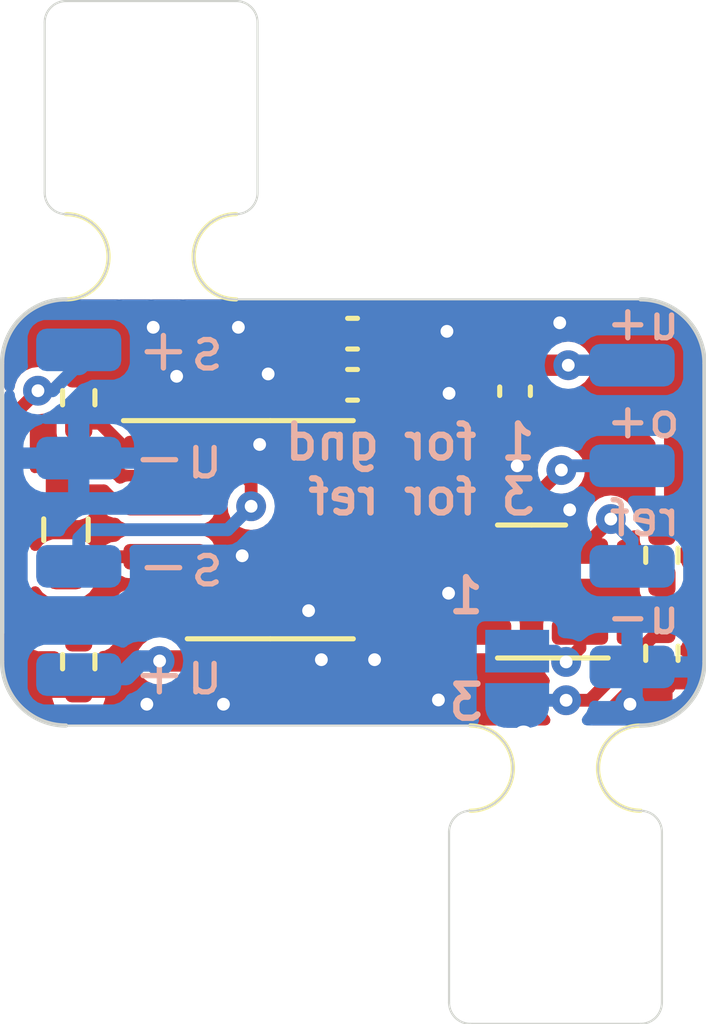
<source format=kicad_pcb>
(kicad_pcb (version 20221018) (generator pcbnew)
  (layers (0 "F.Cu" signal) (31 "B.Cu" power) (34 "B.Paste" user) (35 "F.Paste" user) (36 "B.SilkS" user "B.Silkscreen") (37 "F.SilkS" user "F.Silkscreen") (38 "B.Mask" user) (39 "F.Mask" user) (44 "Edge.Cuts" user))
  (net 0 "")
  (net 1 "VDD")
  (net 2 "GND")
  (net 3 "Net-(IC1-RG_1)")
  (net 4 "Net-(IC1-RG_2)")
  (net 5 "ref")
  (net 6 "out")
  (net 7 "-IN")
  (net 8 "+IN")
  (net 9 "Net-(J1-Pin_1)")
  (net 10 "Net-(IC2-INPUT_+)")
  (net 11 "Net-(JP1-B)")
  (footprint "MountingEquipment:mouse-bite-2mm-slot" (layer "F.Cu") (at 155.5 93.5)
    (fp_text reference "mouse-bite-2mm-slot" hide)
    (fp_text value "VAL**" hide)
    (fp_arc (start -2 -1) (mid -1 0) (end -2 1) (stroke (width 0.1)) (layer "F.SilkS"))
    (fp_arc (start 2 1) (mid 1 0) (end 2 -1) (stroke (width 0.1)) (layer "F.SilkS"))
    (pad "" np_thru_hole circle (at -0.75 -0.75) (size 0.5 0.5) (drill 0.5) (layers "F&B.Cu" "*.Mask"))
    (pad "" np_thru_hole circle (at -0.75 0.75) (size 0.5 0.5) (drill 0.5) (layers "F&B.Cu" "*.Mask"))
    (pad "" np_thru_hole circle (at 0 -0.75) (size 0.5 0.5) (drill 0.5) (layers "F&B.Cu" "*.Mask"))
    (pad "" np_thru_hole circle (at 0 0.75) (size 0.5 0.5) (drill 0.5) (layers "F&B.Cu" "*.Mask"))
    (pad "" np_thru_hole circle (at 0.75 -0.75) (size 0.5 0.5) (drill 0.5) (layers "F&B.Cu" "*.Mask"))
    (pad "" np_thru_hole circle (at 0.75 0.75) (size 0.5 0.5) (drill 0.5) (layers "F&B.Cu" "*.Mask"))
  )
  (footprint "Resistor_SMD:R_0402_1005Metric_Pad0.72x0.64mm_HandSolder" (layer "F.Cu") (at 144.3 91.0025 90)
    (fp_text reference "R2" hide)
    (fp_text value "47k" hide)
    (fp_line (start -0.167621 -0.38) (end 0.167621 -0.38) (stroke (width 0.12)) (layer "F.SilkS"))
    (fp_line (start -0.167621 0.38) (end 0.167621 0.38) (stroke (width 0.12)) (layer "F.SilkS"))
    (pad "1" smd roundrect (at -0.5975 0 90) (size 0.715 0.64) (layers "F.Cu" "F.Paste" "F.Mask") (net 2 "GND"))
    (pad "2" smd roundrect (at 0.5975 0 90) (size 0.715 0.64) (layers "F.Cu" "F.Paste" "F.Mask") (net 8 "+IN"))
  )
  (footprint "Package_TO_SOT_SMD:SOT-23-5" (layer "F.Cu") (at 154.9375 89.355 180)
    (fp_text reference "IC2" hide)
    (fp_text value "AS321KTR-G1" hide)
    (fp_line (start 0 -1.56) (end -1.8 -1.56) (stroke (width 0.12)) (layer "F.SilkS"))
    (fp_line (start 0 -1.56) (end 0.8 -1.56) (stroke (width 0.12)) (layer "F.SilkS"))
    (fp_line (start 0 1.56) (end -0.8 1.56) (stroke (width 0.12)) (layer "F.SilkS"))
    (fp_line (start 0 1.56) (end 0.8 1.56) (stroke (width 0.12)) (layer "F.SilkS"))
    (pad "1" smd roundrect (at -1.1375 -0.95 180) (size 1.325 0.6) (layers "F.Cu" "F.Paste" "F.Mask") (net 10 "Net-(IC2-INPUT_+)"))
    (pad "2" smd roundrect (at -1.1375 0 180) (size 1.325 0.6) (layers "F.Cu" "F.Paste" "F.Mask") (net 2 "GND"))
    (pad "3" smd roundrect (at -1.1375 0.95 180) (size 1.325 0.6) (layers "F.Cu" "F.Paste" "F.Mask") (net 5 "ref"))
    (pad "4" smd roundrect (at 1.1375 0.95 180) (size 1.325 0.6) (layers "F.Cu" "F.Paste" "F.Mask") (net 5 "ref"))
    (pad "5" smd roundrect (at 1.1375 -0.95 180) (size 1.325 0.6) (layers "F.Cu" "F.Paste" "F.Mask") (net 1 "VDD"))
  )
  (footprint "Resistor_SMD:R_0402_1005Metric_Pad0.72x0.64mm_HandSolder" (layer "F.Cu") (at 158 88.505 90)
    (fp_text reference "R3" hide)
    (fp_text value "10k" hide)
    (fp_line (start -0.167621 -0.38) (end 0.167621 -0.38) (stroke (width 0.12)) (layer "F.SilkS"))
    (fp_line (start -0.167621 0.38) (end 0.167621 0.38) (stroke (width 0.12)) (layer "F.SilkS"))
    (pad "1" smd roundrect (at -0.5975 0 90) (size 0.715 0.64) (layers "F.Cu" "F.Paste" "F.Mask") (net 11 "Net-(JP1-B)"))
    (pad "2" smd roundrect (at 0.5975 0 90) (size 0.715 0.64) (layers "F.Cu" "F.Paste" "F.Mask") (net 1 "VDD"))
  )
  (footprint "Package_SO:SOIC-8_3.9x4.9mm_P1.27mm" (layer "F.Cu") (at 148.8 87.905)
    (fp_text reference "IC1" hide)
    (fp_text value "INA826AID" hide)
    (fp_line (start 0 -2.56) (end -3.45 -2.56) (stroke (width 0.12)) (layer "F.SilkS"))
    (fp_line (start 0 -2.56) (end 1.95 -2.56) (stroke (width 0.12)) (layer "F.SilkS"))
    (fp_line (start 0 2.56) (end -1.95 2.56) (stroke (width 0.12)) (layer "F.SilkS"))
    (fp_line (start 0 2.56) (end 1.95 2.56) (stroke (width 0.12)) (layer "F.SilkS"))
    (pad "1" smd roundrect (at -2.475 -1.905) (size 1.95 0.6) (layers "F.Cu" "F.Paste" "F.Mask") (net 7 "-IN"))
    (pad "2" smd roundrect (at -2.475 -0.635) (size 1.95 0.6) (layers "F.Cu" "F.Paste" "F.Mask") (net 3 "Net-(IC1-RG_1)"))
    (pad "3" smd roundrect (at -2.475 0.635) (size 1.95 0.6) (layers "F.Cu" "F.Paste" "F.Mask") (net 4 "Net-(IC1-RG_2)"))
    (pad "4" smd roundrect (at -2.475 1.905) (size 1.95 0.6) (layers "F.Cu" "F.Paste" "F.Mask") (net 8 "+IN"))
    (pad "5" smd roundrect (at 2.475 1.905) (size 1.95 0.6) (layers "F.Cu" "F.Paste" "F.Mask") (net 2 "GND"))
    (pad "6" smd roundrect (at 2.475 0.635) (size 1.95 0.6) (layers "F.Cu" "F.Paste" "F.Mask") (net 5 "ref"))
    (pad "7" smd roundrect (at 2.475 -0.635) (size 1.95 0.6) (layers "F.Cu" "F.Paste" "F.Mask") (net 6 "out"))
    (pad "8" smd roundrect (at 2.475 -1.905) (size 1.95 0.6) (layers "F.Cu" "F.Paste" "F.Mask") (net 1 "VDD"))
  )
  (footprint "Resistor_SMD:R_0603_1608Metric_Pad0.98x0.95mm_HandSolder" (layer "F.Cu") (at 144 87.905 90)
    (fp_text reference "RG1" hide)
    (fp_text value "tbd" hide)
    (fp_line (start -0.254724 -0.5225) (end 0.254724 -0.5225) (stroke (width 0.12)) (layer "F.SilkS"))
    (fp_line (start -0.254724 0.5225) (end 0.254724 0.5225) (stroke (width 0.12)) (layer "F.SilkS"))
    (pad "1" smd roundrect (at -0.9125 0 90) (size 0.975 0.95) (layers "F.Cu" "F.Paste" "F.Mask") (net 4 "Net-(IC1-RG_2)"))
    (pad "2" smd roundrect (at 0.9125 0 90) (size 0.975 0.95) (layers "F.Cu" "F.Paste" "F.Mask") (net 3 "Net-(IC1-RG_1)"))
  )
  (footprint "Capacitor_SMD:C_0402_1005Metric_Pad0.74x0.62mm_HandSolder" (layer "F.Cu") (at 150.7325 83.305 180)
    (fp_text reference "C2" hide)
    (fp_text value "10u" hide)
    (fp_line (start -0.115835 -0.36) (end 0.115835 -0.36) (stroke (width 0.12)) (layer "F.SilkS"))
    (fp_line (start -0.115835 0.36) (end 0.115835 0.36) (stroke (width 0.12)) (layer "F.SilkS"))
    (pad "1" smd roundrect (at -0.5675 0 180) (size 0.735 0.62) (layers "F.Cu" "F.Paste" "F.Mask") (net 1 "VDD"))
    (pad "2" smd roundrect (at 0.5675 0 180) (size 0.735 0.62) (layers "F.Cu" "F.Paste" "F.Mask") (net 2 "GND"))
  )
  (footprint "Capacitor_SMD:C_0402_1005Metric_Pad0.74x0.62mm_HandSolder" (layer "F.Cu") (at 150.7325 84.505 180)
    (fp_text reference "C1" hide)
    (fp_text value "100n" hide)
    (fp_line (start -0.115835 -0.36) (end 0.115835 -0.36) (stroke (width 0.12)) (layer "F.SilkS"))
    (fp_line (start -0.115835 0.36) (end 0.115835 0.36) (stroke (width 0.12)) (layer "F.SilkS"))
    (pad "1" smd roundrect (at -0.5675 0 180) (size 0.735 0.62) (layers "F.Cu" "F.Paste" "F.Mask") (net 1 "VDD"))
    (pad "2" smd roundrect (at 0.5675 0 180) (size 0.735 0.62) (layers "F.Cu" "F.Paste" "F.Mask") (net 2 "GND"))
  )
  (footprint "MountingHole:MountingHole_2.2mm_M2" (layer "F.Cu") (at 155.5 97)
    (fp_text reference "REF**" hide)
    (fp_text value "MountingHole_2.2mm_M2" hide)
    (pad "" np_thru_hole circle (at 0 0) (size 2.2 2.2) (drill 2.2) (layers "*.Cu" "*.Mask"))
  )
  (footprint "Resistor_SMD:R_0402_1005Metric_Pad0.72x0.64mm_HandSolder" (layer "F.Cu") (at 144.3 84.8075 90)
    (fp_text reference "R1" hide)
    (fp_text value "47k" hide)
    (fp_line (start -0.167621 -0.38) (end 0.167621 -0.38) (stroke (width 0.12)) (layer "F.SilkS"))
    (fp_line (start -0.167621 0.38) (end 0.167621 0.38) (stroke (width 0.12)) (layer "F.SilkS"))
    (pad "1" smd roundrect (at -0.5975 0 90) (size 0.715 0.64) (layers "F.Cu" "F.Paste" "F.Mask") (net 7 "-IN"))
    (pad "2" smd roundrect (at 0.5975 0 90) (size 0.715 0.64) (layers "F.Cu" "F.Paste" "F.Mask") (net 2 "GND"))
  )
  (footprint "MountingHole:MountingHole_2.2mm_M2" (layer "F.Cu") (at 146 78)
    (fp_text reference "REF**" hide)
    (fp_text value "MountingHole_2.2mm_M2" hide)
    (pad "" np_thru_hole circle (at 0 0) (size 2.2 2.2) (drill 2.2) (layers "F&B.Cu" "*.Mask"))
  )
  (footprint "Inductor_SMD:L_0402_1005Metric_Pad0.77x0.64mm_HandSolder" (layer "F.Cu") (at 154.55 84.655 -90)
    (fp_text reference "FB1" hide)
    (fp_text value "120R" hide)
    (fp_line (start -0.1002 -0.36) (end 0.1002 -0.36) (stroke (width 0.12)) (layer "F.SilkS"))
    (fp_line (start -0.1002 0.36) (end 0.1002 0.36) (stroke (width 0.12)) (layer "F.SilkS"))
    (pad "1" smd roundrect (at -0.5725 0 270) (size 0.765 0.64) (layers "F.Cu" "F.Paste" "F.Mask") (net 9 "Net-(J1-Pin_1)"))
    (pad "2" smd roundrect (at 0.5725 0 270) (size 0.765 0.64) (layers "F.Cu" "F.Paste" "F.Mask") (net 1 "VDD"))
  )
  (footprint "Resistor_SMD:R_0402_1005Metric_Pad0.72x0.64mm_HandSolder" (layer "F.Cu") (at 158 90.805 90)
    (fp_text reference "R4" hide)
    (fp_text value "10k" hide)
    (fp_line (start -0.167621 -0.38) (end 0.167621 -0.38) (stroke (width 0.12)) (layer "F.SilkS"))
    (fp_line (start -0.167621 0.38) (end 0.167621 0.38) (stroke (width 0.12)) (layer "F.SilkS"))
    (pad "1" smd roundrect (at -0.5975 0 90) (size 0.715 0.64) (layers "F.Cu" "F.Paste" "F.Mask") (net 2 "GND"))
    (pad "2" smd roundrect (at 0.5975 0 90) (size 0.715 0.64) (layers "F.Cu" "F.Paste" "F.Mask") (net 11 "Net-(JP1-B)"))
  )
  (footprint "MountingEquipment:mouse-bite-2mm-slot" (layer "F.Cu") (at 146 81.5)
    (fp_text reference "mouse-bite-2mm-slot" hide)
    (fp_text value "VAL**" hide)
    (fp_arc (start -2 -1) (mid -1 0) (end -2 1) (stroke (width 0.1)) (layer "F.SilkS"))
    (fp_arc (start 2 1) (mid 1 0) (end 2 -1) (stroke (width 0.1)) (layer "F.SilkS"))
    (pad "" np_thru_hole circle (at -0.75 -0.75) (size 0.5 0.5) (drill 0.5) (layers "*.Cu" "*.Mask"))
    (pad "" np_thru_hole circle (at -0.75 0.75) (size 0.5 0.5) (drill 0.5) (layers "*.Cu" "*.Mask"))
    (pad "" np_thru_hole circle (at 0 -0.75) (size 0.5 0.5) (drill 0.5) (layers "*.Cu" "*.Mask"))
    (pad "" np_thru_hole circle (at 0 0.75) (size 0.5 0.5) (drill 0.5) (layers "*.Cu" "*.Mask"))
    (pad "" np_thru_hole circle (at 0.75 -0.75) (size 0.5 0.5) (drill 0.5) (layers "*.Cu" "*.Mask"))
    (pad "" np_thru_hole circle (at 0.75 0.75) (size 0.5 0.5) (drill 0.5) (layers "*.Cu" "*.Mask"))
  )
  (footprint "Connector_Wire:SolderWirePad_1x01_SMD_1x2mm" (layer "B.Cu") (at 157.3 84.045 -90)
    (fp_text reference "J1" hide)
    (fp_text value "Conn_01x01_Socket" hide)
    (pad "1" smd roundrect (at 0 0 270) (size 1 2) (layers "B.Cu" "B.Paste" "B.Mask") (net 9 "Net-(J1-Pin_1)"))
  )
  (footprint "Connector_Wire:SolderWirePad_1x01_SMD_1x2mm" (layer "B.Cu") (at 157.3 86.405 -90)
    (fp_text reference "J2" hide)
    (fp_text value "Conn_01x01_Socket" hide)
    (pad "1" smd roundrect (at 0 0 270) (size 1 2) (layers "B.Cu" "B.Paste" "B.Mask") (net 6 "out"))
  )
  (footprint "Connector_Wire:SolderWirePad_1x01_SMD_1x2mm" (layer "B.Cu") (at 144.3 83.685 90)
    (fp_text reference "J6" hide)
    (fp_text value "Conn_01x01_Socket" hide)
    (pad "1" smd roundrect (at 0 0 90) (size 1 2) (layers "B.Cu" "B.Paste" "B.Mask") (net 8 "+IN"))
  )
  (footprint "Connector_Wire:SolderWirePad_1x01_SMD_1x2mm" (layer "B.Cu") (at 157.3 88.765 -90)
    (fp_text reference "J3" hide)
    (fp_text value "Conn_01x01_Socket" hide)
    (pad "1" smd roundrect (at 0 0 270) (size 1 2) (layers "B.Cu" "B.Paste" "B.Mask") (net 5 "ref"))
  )
  (footprint "Connector_Wire:SolderWirePad_1x01_SMD_1x2mm" (layer "B.Cu") (at 144.3 91.305 90)
    (fp_text reference "J5" hide)
    (fp_text value "Conn_01x01_Socket" hide)
    (pad "1" smd roundrect (at 0 0 90) (size 1 2) (layers "B.Cu" "B.Paste" "B.Mask") (net 1 "VDD"))
  )
  (footprint "Connector_Wire:SolderWirePad_1x01_SMD_1x2mm" (layer "B.Cu") (at 144.3 86.225 90)
    (fp_text reference "J8" hide)
    (fp_text value "Conn_01x01_Socket" hide)
    (pad "1" smd roundrect (at 0 0 90) (size 1 2) (layers "B.Cu" "B.Paste" "B.Mask") (net 2 "GND"))
  )
  (footprint "Connector_Wire:SolderWirePad_1x01_SMD_1x2mm" (layer "B.Cu") (at 144.3 88.765 90)
    (fp_text reference "J7" hide)
    (fp_text value "Conn_01x01_Socket" hide)
    (pad "1" smd roundrect (at 0 0 90) (size 1 2) (layers "B.Cu" "B.Paste" "B.Mask") (net 7 "-IN"))
  )
  (footprint "Connector_Wire:SolderWirePad_1x01_SMD_1x2mm" (layer "B.Cu") (at 157.3 91.125 -90)
    (fp_text reference "J4" hide)
    (fp_text value "Conn_01x01_Socket" hide)
    (pad "1" smd roundrect (at 0 0 270) (size 1 2) (layers "B.Cu" "B.Paste" "B.Mask") (net 2 "GND"))
  )
  (footprint "Jumper:SolderJumper-3_P1.3mm_Open_RoundedPad1.0x1.5mm_NumberLabels" (layer "B.Cu") (at 154.6 90.755 -90)
    (fp_text reference "JP1" hide)
    (fp_text value "SolderJumper_3_Open" hide)
    (fp_text user "1" (at -1.3 1.2 -180) (layer "B.SilkS") (effects (font (size 0.8 0.8)) (justify mirror)))
    (fp_text user "3" (at 1.2 1.2 -180) (layer "B.SilkS") (effects (font (size 0.8 0.8)) (justify mirror)))
    (pad "1" smd custom (at -1.3 0 270) (size 1 0.5) (layers "B.Cu" "B.Mask") (net 2 "GND") (options (clearance outline) (anchor rect)) (primitives (gr_circle (center 0 -0.25) (end 0.5 -0.25) (width 0) (fill yes)) (gr_circle (center 0 0.25) (end 0.5 0.25) (width 0) (fill yes)) (gr_poly (pts (xy 0.55 -0.75) (xy 0 -0.75) (xy 0 0.75) (xy 0.55 0.75)) (width 0) (fill yes))))
    (pad "2" smd rect (at 0 0 270) (size 1 1.5) (layers "B.Cu" "B.Mask") (net 10 "Net-(IC2-INPUT_+)"))
    (pad "3" smd custom (at 1.3 0 270) (size 1 0.5) (layers "B.Cu" "B.Mask") (net 11 "Net-(JP1-B)") (options (clearance outline) (anchor rect)) (primitives (gr_circle (center 0 -0.25) (end 0.5 -0.25) (width 0) (fill yes)) (gr_circle (center 0 0.25) (end 0.5 0.25) (width 0) (fill yes)) (gr_poly (pts (xy 0 -0.75) (xy -0.55 -0.75) (xy -0.55 0.75) (xy 0 0.75)) (width 0) (fill yes))))
  )
  (gr_line (start 144 92.5) (end 153.5 92.5) (stroke (width 0.05)) (layer "Edge.Cuts"))
  (gr_arc (start 157.5 82.5) (mid 158.56066 82.93934) (end 159 84) (stroke (width 0.1)) (layer "Edge.Cuts"))
  (gr_arc (start 159 91) (mid 158.56066 92.06066) (end 157.5 92.5) (stroke (width 0.1)) (layer "Edge.Cuts"))
  (gr_line (start 153 99) (end 153 95) (stroke (width 0.05)) (layer "Edge.Cuts"))
  (gr_arc (start 157.5 94.5) (mid 156.5 93.5) (end 157.5 92.5) (stroke (width 0.05)) (layer "Edge.Cuts"))
  (gr_arc (start 144 80.5) (mid 143.646447 80.353553) (end 143.5 80) (stroke (width 0.05)) (layer "Edge.Cuts"))
  (gr_arc (start 153.5 92.5) (mid 154.5 93.5) (end 153.5 94.5) (stroke (width 0.05)) (layer "Edge.Cuts"))
  (gr_arc (start 148.5 80) (mid 148.353553 80.353553) (end 148 80.5) (stroke (width 0.05)) (layer "Edge.Cuts"))
  (gr_arc (start 148 82.5) (mid 147 81.5) (end 148 80.5) (stroke (width 0.05)) (layer "Edge.Cuts"))
  (gr_arc (start 158 99) (mid 157.853553 99.353553) (end 157.5 99.5) (stroke (width 0.05)) (layer "Edge.Cuts"))
  (gr_arc (start 153 95) (mid 153.146447 94.646447) (end 153.5 94.5) (stroke (width 0.05)) (layer "Edge.Cuts"))
  (gr_arc (start 153.5 99.5) (mid 153.146447 99.353553) (end 153 99) (stroke (width 0.05)) (layer "Edge.Cuts"))
  (gr_line (start 143.5 76) (end 143.5 80) (stroke (width 0.05)) (layer "Edge.Cuts"))
  (gr_arc (start 148 75.5) (mid 148.353553 75.646447) (end 148.5 76) (stroke (width 0.05)) (layer "Edge.Cuts"))
  (gr_arc (start 143.5 76) (mid 143.646447 75.646447) (end 144 75.5) (stroke (width 0.05)) (layer "Edge.Cuts"))
  (gr_arc (start 144 80.5) (mid 145 81.5) (end 144 82.5) (stroke (width 0.05)) (layer "Edge.Cuts"))
  (gr_line (start 144 75.5) (end 148 75.5) (stroke (width 0.05)) (layer "Edge.Cuts"))
  (gr_line (start 158 95) (end 158 99) (stroke (width 0.05)) (layer "Edge.Cuts"))
  (gr_arc (start 144 92.5) (mid 142.93934 92.06066) (end 142.5 91) (stroke (width 0.1)) (layer "Edge.Cuts"))
  (gr_line (start 159 84) (end 159 91) (stroke (width 0.1)) (layer "Edge.Cuts"))
  (gr_arc (start 157.5 94.5) (mid 157.853553 94.646447) (end 158 95) (stroke (width 0.05)) (layer "Edge.Cuts"))
  (gr_line (start 148 82.5) (end 157.5 82.5) (stroke (width 0.05)) (layer "Edge.Cuts"))
  (gr_line (start 148.5 76) (end 148.5 80) (stroke (width 0.05)) (layer "Edge.Cuts"))
  (gr_arc (start 142.5 84) (mid 142.93934 82.93934) (end 144 82.5) (stroke (width 0.1)) (layer "Edge.Cuts"))
  (gr_line (start 157.5 99.5) (end 153.5 99.5) (stroke (width 0.05)) (layer "Edge.Cuts"))
  (gr_line (start 142.5 84) (end 142.5 91) (stroke (width 0.1)) (layer "Edge.Cuts"))
  (gr_text "s-" (at 147.8 89.305) (layer "B.SilkS") (effects (font (size 1 1) (thickness 0.125)) (justify left bottom mirror)))
  (gr_text "o+" (at 158.5 85.805) (layer "B.SilkS") (effects (font (size 0.8 0.8) (thickness 0.125)) (justify left bottom mirror)))
  (gr_text "u+" (at 158.5 83.505) (layer "B.SilkS") (effects (font (size 0.8 0.8) (thickness 0.125)) (justify left bottom mirror)))
  (gr_text "ref" (at 158.5 88.105) (layer "B.SilkS") (effects (font (size 0.8 0.8) (thickness 0.125)) (justify left bottom mirror)))
  (gr_text "u-" (at 158.5 90.405) (layer "B.SilkS") (effects (font (size 0.8 0.8) (thickness 0.125)) (justify left bottom mirror)))
  (gr_text "1 for gnd\n3 for ref" (at 155.1 87.605) (layer "B.SilkS") (effects (font (size 0.8 0.8)) (justify left bottom mirror)))
  (gr_text "u+" (at 147.8 91.838334) (layer "B.SilkS") (effects (font (size 1 1) (thickness 0.125)) (justify left bottom mirror)))
  (gr_text "s+" (at 147.8 84.238334) (layer "B.SilkS") (effects (font (size 1 1) (thickness 0.125)) (justify left bottom mirror)))
  (gr_text "u-" (at 147.8 86.771667) (layer "B.SilkS") (effects (font (size 1 1) (thickness 0.125)) (justify left bottom mirror)))
  (segment (start 148.8 89.158528) (end 148.8 91.655) (width 0.5) (layer "F.Cu") (net 1))
  (segment (start 146.973528 90.985) (end 148.8 89.158528) (width 0.5) (layer "F.Cu") (net 1))
  (segment (start 146.2 90.985) (end 146.973528 90.985) (width 0.5) (layer "F.Cu") (net 1))
  (segment (start 153.15 90.305) (end 153.8 90.305) (width 0.5) (layer "F.Cu") (net 1))
  (segment (start 153.7775 86) (end 154.55 85.2275) (width 0.5) (layer "F.Cu") (net 1))
  (segment (start 151.3 83.305) (end 151.3 85.975) (width 0.5) (layer "F.Cu") (net 1))
  (segment (start 148.8 89.158528) (end 148.8 89.155) (width 0.5) (layer "F.Cu") (net 1))
  (segment (start 149.05 91.905) (end 151.55 91.905) (width 0.5) (layer "F.Cu") (net 1))
  (segment (start 151.3 85.975) (end 151.275 86) (width 0.5) (layer "F.Cu") (net 1))
  (segment (start 151.55 91.905) (end 153.15 90.305) (width 0.5) (layer "F.Cu") (net 1))
  (segment (start 158.3 87.6075) (end 158 87.9075) (width 0.5) (layer "F.Cu") (net 1))
  (segment (start 158.3 85.655) (end 158.3 87.6075) (width 0.5) (layer "F.Cu") (net 1))
  (segment (start 150.055 86) (end 151.275 86) (width 0.5) (layer "F.Cu") (net 1))
  (segment (start 149.35 88.605) (end 149.35 86.705) (width 0.5) (layer "F.Cu") (net 1))
  (segment (start 154.55 85.2275) (end 157.8725 85.2275) (width 0.5) (layer "F.Cu") (net 1))
  (segment (start 148.8 91.655) (end 149.05 91.905) (width 0.5) (layer "F.Cu") (net 1))
  (segment (start 157.8725 85.2275) (end 158.3 85.655) (width 0.5) (layer "F.Cu") (net 1))
  (segment (start 148.8 89.155) (end 149.35 88.605) (width 0.5) (layer "F.Cu") (net 1))
  (segment (start 149.35 86.705) (end 150.055 86) (width 0.5) (layer "F.Cu") (net 1))
  (segment (start 151.275 86) (end 153.7775 86) (width 0.5) (layer "F.Cu") (net 1))
  (via (at 146.2 90.985) (size 0.7) (drill 0.3) (layers "F.Cu" "B.Cu") (net 1))
  (segment (start 145.719311 90.985) (end 145.399311 91.305) (width 0.5) (layer "B.Cu") (net 1))
  (segment (start 146.2 90.985) (end 145.719311 90.985) (width 0.5) (layer "B.Cu") (net 1))
  (segment (start 145.399311 91.305) (end 144.3 91.305) (width 0.5) (layer "B.Cu") (net 1))
  (segment (start 157.4025 92) (end 158 91.4025) (width 0.5) (layer "F.Cu") (net 2))
  (segment (start 153.028619 89.355) (end 156.075 89.355) (width 0.3) (layer "F.Cu") (net 2))
  (segment (start 152.988401 89.395218) (end 152.573619 89.81) (width 0.3) (layer "F.Cu") (net 2))
  (segment (start 157.25 92) (end 157.4025 92) (width 0.5) (layer "F.Cu") (net 2))
  (segment (start 152.573619 89.81) (end 151.275 89.81) (width 0.3) (layer "F.Cu") (net 2))
  (via (at 155.834083 87.439083) (size 0.7) (drill 0.3) (layers "F.Cu" "B.Cu") (net 2))
  (via (at 153 84.705) (size 0.7) (drill 0.3) (layers "F.Cu" "B.Cu") (net 2))
  (via (at 152.988401 89.395218) (size 0.7) (drill 0.3) (layers "F.Cu" "B.Cu") (net 2))
  (via (at 148.75 84.25) (size 0.7) (drill 0.3) (layers "F.Cu" "B.Cu") (net 2))
  (via (at 145.9 92) (size 0.7) (drill 0.3) (layers "F.Cu" "B.Cu") (net 2))
  (via (at 150 90.955) (size 0.7) (drill 0.3) (layers "F.Cu" "B.Cu") (net 2))
  (via (at 147.7 92) (size 0.7) (drill 0.3) (layers "F.Cu" "B.Cu") (net 2))
  (via (at 155.6 83.05) (size 0.7) (drill 0.3) (layers "F.Cu" "B.Cu") (net 2))
  (via (at 146.6 84.305) (size 0.7) (drill 0.3) (layers "F.Cu" "B.Cu") (net 2))
  (via (at 152.95 83.25) (size 0.7) (drill 0.3) (layers "F.Cu" "B.Cu") (net 2))
  (via (at 148.05 83.155) (size 0.7) (drill 0.3) (layers "F.Cu" "B.Cu") (net 2))
  (via (at 148.139708 88.516474) (size 0.7) (drill 0.3) (layers "F.Cu" "B.Cu") (net 2))
  (via (at 146.05 83.155) (size 0.7) (drill 0.3) (layers "F.Cu" "B.Cu") (net 2))
  (via (at 148.55 85.905) (size 0.7) (drill 0.3) (layers "F.Cu" "B.Cu") (net 2))
  (via (at 157.25 92) (size 0.7) (drill 0.3) (layers "F.Cu" "B.Cu") (net 2))
  (via (at 149.7 89.805) (size 0.7) (drill 0.3) (layers "F.Cu" "B.Cu") (net 2))
  (via (at 151.25 90.955) (size 0.7) (drill 0.3) (layers "F.Cu" "B.Cu") (net 2))
  (via (at 154.6 86.405) (size 0.7) (drill 0.3) (layers "F.Cu" "B.Cu") (net 2))
  (via (at 152.75 91.9) (size 0.7) (drill 0.3) (layers "F.Cu" "B.Cu") (net 2))
  (segment (start 145.165 87.27) (end 144.8875 86.9925) (width 0.3) (layer "F.Cu") (net 3))
  (segment (start 146.325 87.27) (end 145.165 87.27) (width 0.3) (layer "F.Cu") (net 3))
  (segment (start 144.8875 86.9925) (end 144 86.9925) (width 0.3) (layer "F.Cu") (net 3))
  (segment (start 144.8875 88.8175) (end 144 88.8175) (width 0.3) (layer "F.Cu") (net 4))
  (segment (start 145.165 88.54) (end 144.8875 88.8175) (width 0.3) (layer "F.Cu") (net 4))
  (segment (start 146.325 88.54) (end 145.165 88.54) (width 0.3) (layer "F.Cu") (net 4))
  (segment (start 156.8 87.68) (end 156.8 87.655) (width 0.5) (layer "F.Cu") (net 5))
  (segment (start 156.075 88.405) (end 156.55 87.93) (width 0.3) (layer "F.Cu") (net 5))
  (segment (start 153.8 88.405) (end 155.597449 88.405) (width 0.3) (layer "F.Cu") (net 5))
  (segment (start 152.565 88.54) (end 151.275 88.54) (width 0.3) (layer "F.Cu") (net 5))
  (segment (start 156.55 87.93) (end 156.8 87.68) (width 0.3) (layer "F.Cu") (net 5))
  (segment (start 155.597449 88.405) (end 156.075 88.405) (width 0.5) (layer "F.Cu") (net 5))
  (segment (start 153.8 88.405) (end 152.7 88.405) (width 0.3) (layer "F.Cu") (net 5))
  (segment (start 152.7 88.405) (end 152.565 88.54) (width 0.3) (layer "F.Cu") (net 5))
  (via (at 156.8 87.655) (size 0.7) (drill 0.3) (layers "F.Cu" "B.Cu") (net 5))
  (segment (start 157.3 88.155) (end 157.3 88.765) (width 0.3) (layer "B.Cu") (net 5))
  (segment (start 156.8 87.655) (end 157.3 88.155) (width 0.3) (layer "B.Cu") (net 5))
  (segment (start 155.638 86.5045) (end 154.8725 87.27) (width 0.3) (layer "F.Cu") (net 6))
  (segment (start 154.8725 87.27) (end 151.275 87.27) (width 0.3) (layer "F.Cu") (net 6))
  (via (at 155.638 86.5045) (size 0.7) (drill 0.3) (layers "F.Cu" "B.Cu") (net 6))
  (segment (start 155.638 86.5045) (end 155.7375 86.405) (width 0.3) (layer "B.Cu") (net 6))
  (segment (start 155.7375 86.405) (end 157.3 86.405) (width 0.3) (layer "B.Cu") (net 6))
  (segment (start 146.325 86) (end 145.395 86) (width 0.3) (layer "F.Cu") (net 7))
  (segment (start 145.395 86) (end 144.8 85.405) (width 0.3) (layer "F.Cu") (net 7))
  (segment (start 144.8 85.405) (end 144.3 85.405) (width 0.3) (layer "F.Cu") (net 7))
  (segment (start 148.35 86.805) (end 147.545 86) (width 0.3) (layer "F.Cu") (net 7))
  (segment (start 147.545 86) (end 146.325 86) (width 0.3) (layer "F.Cu") (net 7))
  (segment (start 148.35 87.355) (end 148.35 86.805) (width 0.3) (layer "F.Cu") (net 7))
  (via (at 148.35 87.355) (size 0.7) (drill 0.3) (layers "F.Cu" "B.Cu") (net 7))
  (segment (start 144.5 87.905) (end 144.3 88.105) (width 0.3) (layer "B.Cu") (net 7))
  (segment (start 147.8 87.905) (end 144.5 87.905) (width 0.3) (layer "B.Cu") (net 7))
  (segment (start 144.3 88.105) (end 144.3 88.765) (width 0.3) (layer "B.Cu") (net 7))
  (segment (start 148.35 87.355) (end 147.8 87.905) (width 0.3) (layer "B.Cu") (net 7))
  (segment (start 143.341653 84.643347) (end 142.8 85.185) (width 0.3) (layer "F.Cu") (net 8))
  (segment (start 142.8 85.185) (end 142.8 89.805) (width 0.3) (layer "F.Cu") (net 8))
  (segment (start 145.395 89.81) (end 144.8 90.405) (width 0.3) (layer "F.Cu") (net 8))
  (segment (start 146.325 89.81) (end 145.395 89.81) (width 0.3) (layer "F.Cu") (net 8))
  (segment (start 144.8 90.405) (end 144.3 90.405) (width 0.3) (layer "F.Cu") (net 8))
  (segment (start 142.8 89.805) (end 143.4 90.405) (width 0.3) (layer "F.Cu") (net 8))
  (segment (start 143.4 90.405) (end 144.3 90.405) (width 0.3) (layer "F.Cu") (net 8))
  (via (at 143.341653 84.643347) (size 0.7) (drill 0.3) (layers "F.Cu" "B.Cu") (net 8))
  (segment (start 144.3 84.03) (end 144.3 83.685) (width 0.5) (layer "B.Cu") (net 8))
  (segment (start 143.341653 84.643347) (end 143.686653 84.643347) (width 0.3) (layer "B.Cu") (net 8))
  (segment (start 143.686653 84.643347) (end 144.3 84.03) (width 0.3) (layer "B.Cu") (net 8))
  (segment (start 155.8 84.045) (end 154.5875 84.045) (width 0.5) (layer "F.Cu") (net 9))
  (segment (start 154.5875 84.045) (end 154.55 84.0825) (width 0.5) (layer "F.Cu") (net 9))
  (via (at 155.8 84.045) (size 0.7) (drill 0.3) (layers "F.Cu" "B.Cu") (net 9))
  (segment (start 156.05 84.045) (end 157.3 84.045) (width 0.5) (layer "B.Cu") (net 9))
  (segment (start 156.075 90.682989) (end 156.075 90.305) (width 0.3) (layer "F.Cu") (net 10))
  (segment (start 155.7505 91.007489) (end 156.075 90.682989) (width 0.3) (layer "F.Cu") (net 10))
  (via (at 155.7505 91.007489) (size 0.7) (drill 0.3) (layers "F.Cu" "B.Cu") (net 10))
  (segment (start 155.7505 91.007489) (end 155.498011 90.755) (width 0.3) (layer "B.Cu") (net 10))
  (segment (start 155.498011 90.755) (end 154.6 90.755) (width 0.3) (layer "B.Cu") (net 10))
  (segment (start 156.300509 91.906991) (end 158 90.2075) (width 0.3) (layer "F.Cu") (net 11))
  (segment (start 158 90.2075) (end 158 89.1525) (width 0.3) (layer "F.Cu") (net 11))
  (segment (start 155.749806 91.906991) (end 156.300509 91.906991) (width 0.3) (layer "F.Cu") (net 11))
  (via (at 155.749806 91.906991) (size 0.7) (drill 0.3) (layers "F.Cu" "B.Cu") (net 11))
  (segment (start 155.749806 91.906991) (end 154.748009 91.906991) (width 0.3) (layer "B.Cu") (net 11))
  (segment (start 154.748009 91.906991) (end 154.6 92.055) (width 0.3) (layer "B.Cu") (net 11))
  (zone (net 2) (net_name "GND") (layer "F.Cu") (priority 1) (connect_pads (clearance 0.2)) (min_thickness 0.25) (fill yes (thermal_gap 0.3) (thermal_bridge_width 0.5) (island_removal_mode 2) (island_area_min 2))
    (polygon (pts (xy 142.55 82.405) (xy 142.55 92.655) (xy 159.05 92.655) (xy 159.05 82.405)))
  )
  (zone (net 2) (net_name "GND") (layer "B.Cu") (connect_pads (clearance 0.2)) (min_thickness 0.25) (fill yes (thermal_gap 0.3) (thermal_bridge_width 0.5) (island_removal_mode 2) (island_area_min 2))
    (polygon (pts (xy 142.55 82.405) (xy 142.55 92.655) (xy 159.05 92.655) (xy 159.05 82.405)))
  )
)
</source>
